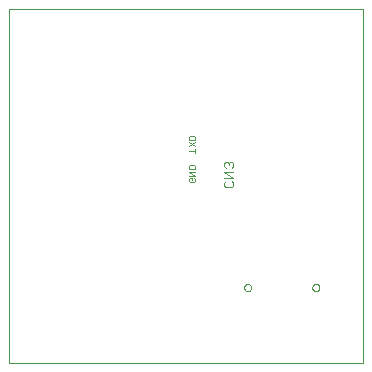
<source format=gbo>
G75*
%MOIN*%
%OFA0B0*%
%FSLAX25Y25*%
%IPPOS*%
%LPD*%
%AMOC8*
5,1,8,0,0,1.08239X$1,22.5*
%
%ADD10C,0.00000*%
%ADD11C,0.00200*%
%ADD12C,0.00400*%
D10*
X0009674Y0009674D02*
X0009674Y0127784D01*
X0127784Y0127784D01*
X0127784Y0009674D01*
X0009674Y0009674D01*
X0088060Y0034871D02*
X0088062Y0034940D01*
X0088068Y0035008D01*
X0088078Y0035076D01*
X0088092Y0035143D01*
X0088110Y0035210D01*
X0088131Y0035275D01*
X0088157Y0035339D01*
X0088186Y0035401D01*
X0088218Y0035461D01*
X0088254Y0035520D01*
X0088294Y0035576D01*
X0088336Y0035630D01*
X0088382Y0035681D01*
X0088431Y0035730D01*
X0088482Y0035776D01*
X0088536Y0035818D01*
X0088592Y0035858D01*
X0088650Y0035894D01*
X0088711Y0035926D01*
X0088773Y0035955D01*
X0088837Y0035981D01*
X0088902Y0036002D01*
X0088969Y0036020D01*
X0089036Y0036034D01*
X0089104Y0036044D01*
X0089172Y0036050D01*
X0089241Y0036052D01*
X0089310Y0036050D01*
X0089378Y0036044D01*
X0089446Y0036034D01*
X0089513Y0036020D01*
X0089580Y0036002D01*
X0089645Y0035981D01*
X0089709Y0035955D01*
X0089771Y0035926D01*
X0089831Y0035894D01*
X0089890Y0035858D01*
X0089946Y0035818D01*
X0090000Y0035776D01*
X0090051Y0035730D01*
X0090100Y0035681D01*
X0090146Y0035630D01*
X0090188Y0035576D01*
X0090228Y0035520D01*
X0090264Y0035461D01*
X0090296Y0035401D01*
X0090325Y0035339D01*
X0090351Y0035275D01*
X0090372Y0035210D01*
X0090390Y0035143D01*
X0090404Y0035076D01*
X0090414Y0035008D01*
X0090420Y0034940D01*
X0090422Y0034871D01*
X0090420Y0034802D01*
X0090414Y0034734D01*
X0090404Y0034666D01*
X0090390Y0034599D01*
X0090372Y0034532D01*
X0090351Y0034467D01*
X0090325Y0034403D01*
X0090296Y0034341D01*
X0090264Y0034280D01*
X0090228Y0034222D01*
X0090188Y0034166D01*
X0090146Y0034112D01*
X0090100Y0034061D01*
X0090051Y0034012D01*
X0090000Y0033966D01*
X0089946Y0033924D01*
X0089890Y0033884D01*
X0089832Y0033848D01*
X0089771Y0033816D01*
X0089709Y0033787D01*
X0089645Y0033761D01*
X0089580Y0033740D01*
X0089513Y0033722D01*
X0089446Y0033708D01*
X0089378Y0033698D01*
X0089310Y0033692D01*
X0089241Y0033690D01*
X0089172Y0033692D01*
X0089104Y0033698D01*
X0089036Y0033708D01*
X0088969Y0033722D01*
X0088902Y0033740D01*
X0088837Y0033761D01*
X0088773Y0033787D01*
X0088711Y0033816D01*
X0088650Y0033848D01*
X0088592Y0033884D01*
X0088536Y0033924D01*
X0088482Y0033966D01*
X0088431Y0034012D01*
X0088382Y0034061D01*
X0088336Y0034112D01*
X0088294Y0034166D01*
X0088254Y0034222D01*
X0088218Y0034280D01*
X0088186Y0034341D01*
X0088157Y0034403D01*
X0088131Y0034467D01*
X0088110Y0034532D01*
X0088092Y0034599D01*
X0088078Y0034666D01*
X0088068Y0034734D01*
X0088062Y0034802D01*
X0088060Y0034871D01*
X0110816Y0034871D02*
X0110818Y0034940D01*
X0110824Y0035008D01*
X0110834Y0035076D01*
X0110848Y0035143D01*
X0110866Y0035210D01*
X0110887Y0035275D01*
X0110913Y0035339D01*
X0110942Y0035401D01*
X0110974Y0035461D01*
X0111010Y0035520D01*
X0111050Y0035576D01*
X0111092Y0035630D01*
X0111138Y0035681D01*
X0111187Y0035730D01*
X0111238Y0035776D01*
X0111292Y0035818D01*
X0111348Y0035858D01*
X0111406Y0035894D01*
X0111467Y0035926D01*
X0111529Y0035955D01*
X0111593Y0035981D01*
X0111658Y0036002D01*
X0111725Y0036020D01*
X0111792Y0036034D01*
X0111860Y0036044D01*
X0111928Y0036050D01*
X0111997Y0036052D01*
X0112066Y0036050D01*
X0112134Y0036044D01*
X0112202Y0036034D01*
X0112269Y0036020D01*
X0112336Y0036002D01*
X0112401Y0035981D01*
X0112465Y0035955D01*
X0112527Y0035926D01*
X0112587Y0035894D01*
X0112646Y0035858D01*
X0112702Y0035818D01*
X0112756Y0035776D01*
X0112807Y0035730D01*
X0112856Y0035681D01*
X0112902Y0035630D01*
X0112944Y0035576D01*
X0112984Y0035520D01*
X0113020Y0035461D01*
X0113052Y0035401D01*
X0113081Y0035339D01*
X0113107Y0035275D01*
X0113128Y0035210D01*
X0113146Y0035143D01*
X0113160Y0035076D01*
X0113170Y0035008D01*
X0113176Y0034940D01*
X0113178Y0034871D01*
X0113176Y0034802D01*
X0113170Y0034734D01*
X0113160Y0034666D01*
X0113146Y0034599D01*
X0113128Y0034532D01*
X0113107Y0034467D01*
X0113081Y0034403D01*
X0113052Y0034341D01*
X0113020Y0034280D01*
X0112984Y0034222D01*
X0112944Y0034166D01*
X0112902Y0034112D01*
X0112856Y0034061D01*
X0112807Y0034012D01*
X0112756Y0033966D01*
X0112702Y0033924D01*
X0112646Y0033884D01*
X0112588Y0033848D01*
X0112527Y0033816D01*
X0112465Y0033787D01*
X0112401Y0033761D01*
X0112336Y0033740D01*
X0112269Y0033722D01*
X0112202Y0033708D01*
X0112134Y0033698D01*
X0112066Y0033692D01*
X0111997Y0033690D01*
X0111928Y0033692D01*
X0111860Y0033698D01*
X0111792Y0033708D01*
X0111725Y0033722D01*
X0111658Y0033740D01*
X0111593Y0033761D01*
X0111529Y0033787D01*
X0111467Y0033816D01*
X0111406Y0033848D01*
X0111348Y0033884D01*
X0111292Y0033924D01*
X0111238Y0033966D01*
X0111187Y0034012D01*
X0111138Y0034061D01*
X0111092Y0034112D01*
X0111050Y0034166D01*
X0111010Y0034222D01*
X0110974Y0034280D01*
X0110942Y0034341D01*
X0110913Y0034403D01*
X0110887Y0034467D01*
X0110866Y0034532D01*
X0110848Y0034599D01*
X0110834Y0034666D01*
X0110824Y0034734D01*
X0110818Y0034802D01*
X0110816Y0034871D01*
D11*
X0071781Y0070258D02*
X0071420Y0069897D01*
X0069977Y0069897D01*
X0069617Y0070258D01*
X0069617Y0070979D01*
X0069977Y0071340D01*
X0070699Y0071340D01*
X0070699Y0070619D01*
X0071420Y0071340D02*
X0071781Y0070979D01*
X0071781Y0070258D01*
X0071781Y0072072D02*
X0069617Y0072072D01*
X0069617Y0073515D02*
X0071781Y0073515D01*
X0071781Y0074247D02*
X0069617Y0074247D01*
X0069617Y0075329D01*
X0069977Y0075690D01*
X0071420Y0075690D01*
X0071781Y0075329D01*
X0071781Y0074247D01*
X0071781Y0072072D02*
X0069617Y0073515D01*
X0071781Y0079740D02*
X0071781Y0081182D01*
X0071781Y0080461D02*
X0069617Y0080461D01*
X0069617Y0081915D02*
X0071781Y0083358D01*
X0071781Y0084090D02*
X0069617Y0084090D01*
X0069617Y0085172D01*
X0069977Y0085533D01*
X0071420Y0085533D01*
X0071781Y0085172D01*
X0071781Y0084090D01*
X0071781Y0081915D02*
X0069617Y0083358D01*
D12*
X0081409Y0076257D02*
X0081409Y0075222D01*
X0081927Y0074705D01*
X0081409Y0073551D02*
X0084512Y0073551D01*
X0083995Y0074705D02*
X0084512Y0075222D01*
X0084512Y0076257D01*
X0083995Y0076774D01*
X0083478Y0076774D01*
X0082961Y0076257D01*
X0082444Y0076774D01*
X0081927Y0076774D01*
X0081409Y0076257D01*
X0082961Y0076257D02*
X0082961Y0075740D01*
X0081409Y0073551D02*
X0084512Y0071483D01*
X0081409Y0071483D01*
X0081927Y0070328D02*
X0081409Y0069811D01*
X0081409Y0068777D01*
X0081927Y0068260D01*
X0083995Y0068260D01*
X0084512Y0068777D01*
X0084512Y0069811D01*
X0083995Y0070328D01*
M02*

</source>
